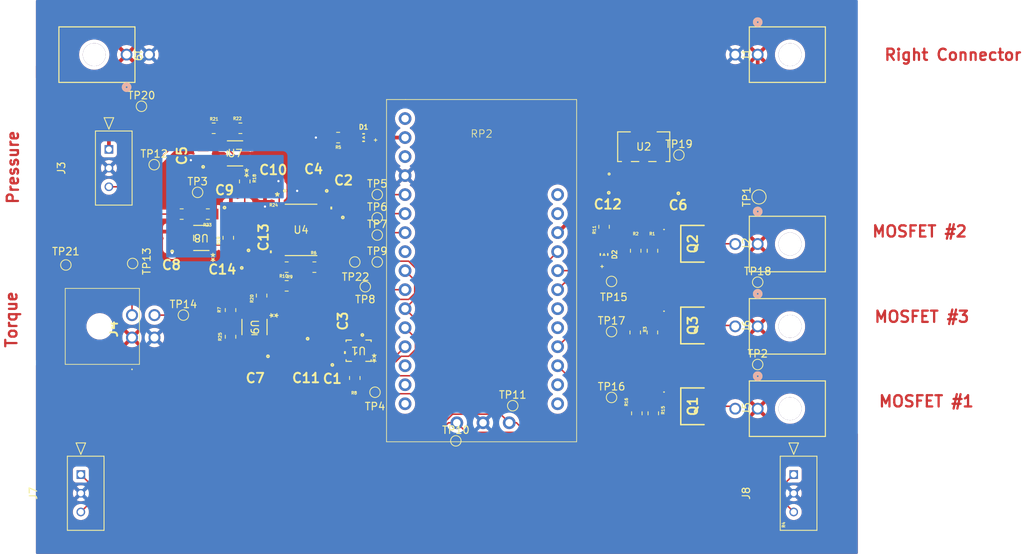
<source format=kicad_pcb>
(kicad_pcb (version 20240108) (generator "pcbnew") (generator_version "8.0")
  (layers (0 "F.Cu" signal) (31 "B.Cu" signal) (34 "B.Paste" user) (35 "F.Paste" user) (36 "B.SilkS" user "B.Silkscreen") (37 "F.SilkS" user "F.Silkscreen") (38 "B.Mask" user) (39 "F.Mask" user) (44 "Edge.Cuts" user))
  (net 0 "")
  (net 1 "GND")
  (net 2 "+3.3V")
  (net 3 "Net-(U4-CAP)")
  (net 4 "+12V")
  (net 5 "/Torque_ADC_P")
  (net 6 "+5V")
  (net 7 "/Torque_ADC_N")
  (net 8 "/Press_ADC_P")
  (net 9 "Net-(D1-Pad1)")
  (net 10 "Net-(D2-Pad1)")
  (net 11 "Net-(Q2-D_1)")
  (net 12 "/Press_P")
  (net 13 "/Torque_N")
  (net 14 "/Torque_P")
  (net 15 "Net-(Q1-D_1)")
  (net 16 "Net-(Q3-D_1)")
  (net 17 "Net-(Q1-G)")
  (net 18 "Net-(Q2-G)")
  (net 19 "Net-(Q3-G)")
  (net 20 "/D6")
  (net 21 "Net-(U9-VIN+)")
  (net 22 "/CS 1")
  (net 23 "/Test_Divider")
  (net 24 "/D9")
  (net 25 "Net-(U7-VIN-)")
  (net 26 "Net-(U8-VIN-)")
  (net 27 "Net-(U9-VIN-)")
  (net 28 "Net-(U7-VIN+)")
  (net 29 "Net-(U8-VIN+)")
  (net 30 "/SCK")
  (net 32 "/GPIO_CLKIN")
  (net 33 "/MOSI")
  (net 35 "VBAT")
  (net 36 "/D10")
  (net 37 "/SDA")
  (net 38 "/SCL")
  (net 39 "/D11")
  (net 41 "/EN")
  (net 42 "/MISO")
  (net 44 "/GPIO_RESET")
  (net 45 "/D12")
  (net 51 "/D5")
  (net 53 "/CAN_N")
  (net 54 "/CAN_P")
  (footprint "SMV_Passives:0805RESC2012X60N" (layer "F.Cu") (at 91.67 112 180)
    (property "Reference" "R23")
    (property "Value" "40Kohms")
  )
  (footprint "SMV_Passives:0805RESC2012X60N" (layer "F.Cu") (at 154.570298 116.9016 -90)
    (property "Reference" "R1")
    (property "Value" "10kohms, 0.125W")
  )
  (footprint "SMV_ICs:SOT-23-5_MC_MCH" (layer "F.Cu") (at 101.4 127.089999 -90)
    (property "Reference" "U9")
    (property "Value" "MCP6286T-E/OT")
  )
  (footprint "TestPoint:TestPoint_Pad_D1.0mm" (layer "F.Cu") (at 76.2 118.8)
    (property "Reference" "TP21")
    (property "Value" "TestPoint" (hide yes))
  )
  (footprint "Molex_Microfit:CONN_SD-43045-001_02_MOL" (layer "F.Cu") (at 168.626298 127 90)
    (property "Reference" "J6")
    (property "Value" "430450200")
  )
  (footprint "SMV_Passives:WL-SMCW_0603(diode)" (layer "F.Cu") (at 148.1 117.4 -90)
    (property "Reference" "D2")
    (property "Value" "LED")
  )
  (footprint "SMV_Passives:Cap0805" (layer "F.Cu") (at 90.4 115.24 90)
    (property "Reference" "C8")
    (property "Value" "0.1 uF" (hide yes))
  )
  (footprint "TestPoint:TestPoint_Pad_D1.0mm" (layer "F.Cu") (at 117.5 135.8)
    (property "Reference" "TP4")
    (property "Value" "TestPoint" (hide yes))
  )
  (footprint "TestPoint:TestPoint_Pad_D1.0mm" (layer "F.Cu") (at 149.1 136.5)
    (property "Reference" "TP16")
    (property "Value" "TestPoint" (hide yes))
  )
  (footprint "SMV_Passives:0805RESC2012X60N" (layer "F.Cu") (at 98.2 128.389999 90)
    (property "Reference" "R25")
    (property "Value" "40kohms")
  )
  (footprint "SMV_Passives:Cap0805" (layer "F.Cu") (at 113.2 110.7 90)
    (property "Reference" "C2")
    (property "Value" "0.22 uF" (hide yes))
  )
  (footprint "TestPoint:TestPoint_Pad_D1.0mm" (layer "F.Cu") (at 135.9 137.6)
    (property "Reference" "TP11")
    (property "Value" "TestPoint")
  )
  (footprint "SMV_Passives:Cap0805" (layer "F.Cu") (at 101.450001 131 180)
    (property "Reference" "C7")
    (property "Value" "0.1 uF" (hide yes))
  )
  (footprint "SMV_Passives:0805RESC2012X60N" (layer "F.Cu") (at 95.17 112)
    (property "Reference" "R24")
    (property "Value" "10kohms, 0.125W")
  )
  (footprint "TestPoint:TestPoint_Pad_D1.0mm" (layer "F.Cu") (at 168.626298 132.1)
    (property "Reference" "TP2")
    (property "Value" "TestPoint")
  )
  (footprint "TestPoint:TestPoint_Pad_D1.0mm" (layer "F.Cu") (at 86.3 97.6)
    (property "Reference" "TP20")
    (property "Value" "TestPoint")
  )
  (footprint "SMV_Connectors:3pin_CON_22035035_MOL" (layer "F.Cu") (at 173.438999 146.8 90)
    (property "Reference" "J8")
    (property "Value" "Driver UI")
  )
  (footprint "SMV_Passives:0805RESC2012X60N" (layer "F.Cu") (at 109.4 119.089999 180)
    (property "Reference" "R6")
    (property "Value" "10k")
  )
  (footprint "TestPoint:TestPoint_Pad_D1.0mm" (layer "F.Cu") (at 116.2 121.7)
    (property "Reference" "TP8")
    (property "Value" "TestPoint" (hide yes))
  )
  (footprint "TestPoint:TestPoint_Pad_D1.0mm" (layer "F.Cu") (at 91.9 125.5)
    (property "Reference" "TP14")
    (property "Value" "TestPoint" (hide yes))
  )
  (footprint "SMV_Passives:Cap0805" (layer "F.Cu") (at 148.7286 107.4 90)
    (property "Reference" "C12")
    (property "Value" "0.1uF,50V" (hide yes))
  )
  (footprint "SMV_Passives:Cap0805" (layer "F.Cu") (at 109.3 108.9 180)
    (property "Reference" "C4")
    (property "Value" "1uF,16V" (hide yes))
  )
  (footprint "MOSFET PSMN1R8-40YLC,115:PSMN1R840YLC115" (layer "F.Cu") (at 159.862 137.679999 -90)
    (property "Reference" "Q1")
    (property "Value" "PSMN1R8-40YLC,115" (hide yes))
  )
  (footprint "SMV_Passives:Cap0805" (layer "F.Cu") (at 108.5 130.4 -90)
    (property "Reference" "C11")
    (property "Value" "0.1u" (hide yes))
  )
  (footprint "TestPoint:TestPoint_Pad_D1.0mm" (layer "F.Cu") (at 93.8 109.1)
    (property "Reference" "TP3")
    (property "Value" "TestPoint")
  )
  (footprint "SMV_Passives:0805RESC2012X60N" (layer "F.Cu") (at 102.350001 122.889999 90)
    (property "Reference" "R20")
    (property "Value" "CRCW020149R9FNED, 50Ω" (hide yes))
  )
  (footprint "TestPoint:TestPoint_Pad_D1.0mm" (layer "F.Cu") (at 149.1 121)
    (property "Reference" "TP15")
    (property "Value" "TestPoint" (hide yes))
  )
  (footprint "SMV_Passives:0805RESC2012X60N" (layer "F.Cu") (at 114.8 133.900002 -90)
    (property "Reference" "R8")
    (property "Value" "10k")
  )
  (footprint "SMV_Passives:Cap0805" (layer "F.Cu") (at 115.810299 126.4 90)
    (property "Reference" "C3")
    (property "Value" "0.1uF" (hide yes))
  )
  (footprint "SMV_Passives:WL-SMCW_0603(diode)" (layer "F.Cu") (at 115.975 101.78)
    (property "Reference" "D1")
    (property "Value" "LED")
  )
  (footprint "SMV_ICs:SOT-23-5_MC_MCH" (layer "F.Cu") (at 98.8 103.889999 180)
    (property "Reference" "U7")
    (property "Value" "MCP6286T-E/OT" (hide yes))
  )
  (footprint "SMV_Passives:0805RESC2012X60N" (layer "F.Cu") (at 95.950001 100.539998 180)
    (property "Reference" "R21")
    (property "Value" "10Kohms")
  )
  (footprint "SMV_Passives:Cap0805" (layer "F.Cu") (at 101.450001 119.189999)
    (property "Reference" "C14")
    (property "Value" "4.7nF,16V" (hide yes))
  )
  (footprint "TestPoint:TestPoint_Pad_D1.0mm" (layer "F.Cu") (at 117.8 109.4)
    (property "Reference" "TP5")
    (property "Value" "TestPoint" (hide yes))
  )
  (footprint "TestPoint:TestPoint_Pad_D1.0mm" (layer "F.Cu") (at 117.8 118.4)
    (property "Reference" "TP9")
    (property "Value" "TestPoint")
  )
  (footprint "SMV_Passives:0805RESC2012X60N" (layer "F.Cu") (at 154.6797 138.614999 -90)
    (property "Reference" "R15")
    (property "Value" "10kohms, 0.125W")
  )
  (footprint "SMV_Passives:0805RESC2012X60N" (layer "F.Cu") (at 97.9 115.17 90)
    (property "Reference" "R19")
    (property "Value" "CRCW020149R9FNED, 50Ω")
  )
  (footprint "SMV_ICs:DCY4_TEX" (layer "F.Cu") (at 153.4 103)
    (property "Reference" "U2")
    (property "Value" "UA78M05QDCYRG4Q1" (hide yes))
  )
  (footprint "SMV_Passives:0805RESC2012X60N" (layer "F.Cu") (at 100.095199 107.639998 -90)
    (property "Reference" "R18")
    (property "Value" "CRCW020149R9FNED, 50Ω" (hide yes))
  )
  (footprint "SMV_Connectors:4_pin0430450401" (layer "F.Cu") (at 85.036498 128.5 -90)
    (property "Reference" "J4")
    (property "Value" "Molex Micro-Fit 4 Pin" (hide yes))
  )
  (footprint "SMV_Passives:Cap0805" (layer "F.Cu") (at 158.0286 107.47785 90)
    (property "Reference" "C6")
    (property "Value" "0.47uF" (hide yes))
  )
  (footprint "TestPoint:TestPoint_Pad_D1.0mm" (layer "F.Cu") (at 158.1 104.1)
    (property "Reference" "TP19")
    (property "Value" "TestPoint")
  )
  (footprint "TestPoint:TestPoint_Pad_D1.0mm" (layer "F.Cu") (at 88 105.4)
    (property "Reference" "TP12")
    (property "Value" "TestPoint" (hide yes))
  )
  (footprint "Molex_Microfit:CONN_SD-43045-001_02_MOL" (layer "F.Cu") (at 84.312698 90.7 -90)
    (property "Reference" "J9")
    (property "Value" "430450200")
  )
  (footprint "SMV_Passives:Cap0805" (layer "F.Cu") (at 100.6 115.1 90)
    (property "Reference" "C13")
    (property "Value" "4.7nF,16V" (hide yes))
  )
  (footprint "SMV_Passives:0805RESC2012X60N" (layer "F.Cu") (at 105.7 121.589999)
    (property "Reference" "R10")
    (property "Value" "40k")
  )
  (footprint "TestPoint:TestPoint_Pad_D1.0mm" (layer "F.Cu") (at 128.3 142.3)
    (property "Reference" "TP10")
    (property "Value" "TestPoint")
  )
  (footprint "Molex_Microfit:CONN_SD-43045-001_02_MOL" (layer "F.Cu") (at 168.626298 90.7 90)
    (property "Reference" "J1")
    (property "Value" "430450200")
  )
  (footprint "SMV_Passives:0805RESC2012X60N" (layer "F.Cu") (at 152.262 127.814999 -90)
    (property "Reference" "R3")
    (property "Value" "1KΩ")
  )
  (footprint "SMV_Passives:0805RESC2012X60N" (layer "F.Cu") (at 152.4797 138.614999 -90)
    (property "Reference" "R16")
    (property "Value" "1KΩ")
  )
  (footprint "SMV_Passives:Cap0805" (layer "F.Cu") (at 99.1452 111.135197)
    (property "Reference" "C9")
    (property "Value" "4.7nF,16V" (hide yes))
  )
  (footprint "SMV_Connectors:RP2040" (layer "F.Cu") (at 131.9305 117.02)
    (property "Reference" "RP2")
    (property "Value" "~")
  )
  (footprint "SMV_Passives:Cap0805" (layer "F.Cu") (at 94.540399 103.94 90)
    (property "Reference" "C5")
    (property "Value" "0.1 uF" (hide yes))
  )
  (footprint "Accelerometer ASM330LHHTR:LGA-14L_2P5X3X0P83_STM" (layer "F.Cu") (at 115.3103 130.250001 180)
    (property "Reference" "U1")
    (property "Value" "ASM330LHHTR")
  )
  (footprint "SMV_Connectors:3pin_CON_22035035_MOL" (layer "F.Cu") (at 78.2 146.8 90)
    (property "Reference" "J7")
    (property "Value" "DAQ Board" (hide yes))
  )
  (footprint "MOSFET PSMN1R8-40YLC,115:PSMN1R840YLC115" (layer "F.Cu") (at 159.862 115.9666 -90)
    (property "Reference" "Q2")
    (property "Value" "PSMN1R8-40YLC,115" (hide yes))
  )
  (footprint "TestPoint:TestPoint_Pad_D1.5mm" (layer "F.Cu") (at 168.8 109.7 90)
    (property "Reference" "TP1")
    (property "Value" "TestPoint" (hide yes))
  )
  (footprint "SMV_Passives:0805RESC2012X60N" (layer "F.Cu") (at 99.5152 100.539998)
    (property "Reference" "R22")
    (property "Value" "10kohms, 0.125W")
  )
  (footprint "Molex_Microfit:CONN_SD-43045-001_02_MOL" (layer "F.Cu") (at 168.626298 138 90)
    (property "Reference" "J5")
    (property "Value" "430450200")
  )
  (footprint "SMV_Passives:0805RESC2012X60N" (layer "F.Cu") (at 112.575 101.78 180)
    (property "Reference" "R5")
    (property "Value" "150Ω")
  )
  (footprint "SMV_Passives:0805RESC2012X60N" (layer "F.Cu") (at 152.326299 116.9016 -90)
    (property "Reference" "R2")
    (property "Value" "1KΩ")
  )
  (footprint "SMV_Connectors:3pin_CON_22035035_MOL" (layer "F.Cu") (at 81.950002 103.35401 90)
    (property "Reference" "J3")
    (property "Value" "22035035" (hide yes))
  )
  (footprint "Molex_Microfit:CONN_SD-43045-001_02_MOL" (layer "F.Cu") (at 168.626298 116 90)
    (property "Reference" "J2")
    (property "Value" "430450200")
  )
  (footprint "ADC ADS131M04IPWR:PW20_TEX" (layer "F.Cu") (at 107.621 114.115)
    (property "Reference" "U4")
    (property "Value" "ADS131M04IPWR")
  )
  (footprint "TestPoint:TestPoint_Pad_D1.0mm" (layer "F.Cu") (at 149.1 127.7)
    (property "Reference" "TP17")
    (property "Value" "TestPoint" (hide yes))
  )
  (footprint "SMV_ICs:SOT-23-5_MC_MCH" (layer "F.Cu") (at 94.3 115.189999 180)
    (property "Reference" "U8")
    (property "Value" "MCP6286T-E/OT")
  )
  (footprint "TestPoint:TestPoint_Pad_D1.0mm" (layer "F.Cu") (at 168.626298 121.1)
    (property "Reference" "TP18")
    (property "Value" "TestPoint")
  )
  (footprint "SMV_Passives:0805RESC2012X60N" (layer "F.Cu") (at 98.2 124.8248 90)
    (property "Reference" "R7")
    (property "Value" "10kohms, 0.125W")
  )
  (footprint "SMV_Passives:Cap0805" (layer "F.Cu") (at 103.7 108.889999 180)
    (property "Reference" "C10")
    (property "Value" "1uF,16V" (hide yes))
  )
  (footprint "TestPoint:TestPoint_Pad_D1.0mm" (layer "F.Cu") (at 117.8 112.5)
    (property "Reference" "TP6")
    (property "Value" "TestPoint" (hide yes))
  )
  (footprint "SMV_Passives:Cap0805" (layer "F.Cu") (at 111.8 130.4 90)
    (property "Reference" "C1")
    (property "Value" "10u" (hide yes))
  )
  (footprint "SMV_Passives:0805RESC2012X60N" (layer "F.Cu") (at 154.562 127.814999 -90)
    (property "Reference" "R4")
    (property "Value" "10kohms, 0.125W")
  )
  (footprint "SMV_Passives:0805RESC2012X60N" (layer "F.Cu") (at 148.1 113.7 90)
    (property "Reference" "R11")
    (property "Value" "150Ω")
  )
  (footprint "MOSFET PSMN1R8-40YLC,115:PSMN1R840YLC115" (layer "F.Cu") (at 159.862 126.879999 -90)
    (property "Reference" "Q3")
    (property "Value" "PSMN1R8-40YLC,115" (hide yes))
  )
  (footprint "TestPoint:TestPoint_Pad_D1.0mm" (layer "F.Cu") (at 114.8 118.4)
    (property "Reference" "TP22")
    (property "Value" "TestPoint" (hide yes))
  )
  (footprint "TestPoint:TestPoint_Pad_D1.0mm" (layer "F.Cu") (at 117.8 114.8)
    (property "Reference" "TP7")
    (property "Value" "TestPoint" (hide yes))
  )
  (footprint "TestPoint:TestPoint_Pad_D1.0mm" (layer "F.Cu") (at 85.12 118.6)
    (property "Reference" "TP13")
    (property "Value" "TestPoint" (hide yes))
  )
  (footprint "SMV_Passives:0805RESC2012X60N" (layer "F.Cu") (at 105.7 119.089999 180)
    (property "Reference" "R9")
    (property "Value" "40k")
  )
  (gr_text "MOSFET #1" (at 184.673702 137.9 0) (layer "F.Cu") (effects (font (size 1.5 1.5) (thickness 0.3) (bold yes)) (justify left bottom)))
  (gr_text "Right Connector" (at 185.4 91.6 0) (layer "F.Cu") (effects (font (size 1.5 1.5) (thickness 0.3) (bold yes)) (justify left bottom)))
  (gr_text "MOSFET #3" (at 184.073702 126.6 0) (layer "F.Cu") (effects (font (size 1.5 1.5) (thickness 0.3) (bold yes)) (justify left bottom)))
  (gr_text "Left Connector" (at 91.4 96.2 0) (layer "F.Cu") (effects (font (size 1.5 1.5) (thickness 0.3) (bold yes)) (justify left bottom)))
  (gr_text "MOSFET #2" (at 183.773702 115.2 0) (layer "F.Cu") (effects (font (size 1.5 1.5) (thickness 0.3) (bold yes)) (justify left bottom)))
  (gr_text "Accelerometer" (at 102.4 141.3 0) (layer "F.Cu") (effects (font (size 1.5 1.5) (thickness 0.3) (bold yes)) (justify left bottom)))
  (gr_text "Pressure" (at 70 110.8 90) (layer "F.Cu") (effects (font (size 1.5 1.5) (thickness 0.3) (bold yes)) (justify left bottom)))
  (gr_text "LDO" (at 151.2 97.3 0) (layer "F.Cu") (effects (font (size 1.5 1.5) (thickness 0.3) (bold yes)) (justify left bottom)))
  (gr_text "Torque" (at 69.8 130 90) (layer "F.Cu") (effects (font (size 1.5 1.5) (thickness 0.3) (bold yes)) (justify left bottom)))
  (gr_text "ADC" (at 103.8 124.8 0) (layer "F.Cu") (effects (font (size 1.5 1.5) (thickness 0.3) (bold yes)) (justify left bottom)))
  (segment (start 102.8 111) (end 102.8 108.889999) (width 0.2) (layer "F.Cu") (net 1))
  (segment (start 111.605 101.78) (end 109.6 101.78) (width 0.2) (layer "F.Cu") (net 1))
  (segment (start 108.4 108.9) (end 107.1 108.9) (width 0.2) (layer "F.Cu") (net 1))
  (via (at 107.1 108.9) (size 0.6) (drill 0.3) (layers "F.Cu" "B.Cu") (net 1))
  (via (at 102.8 111) (size 0.6) (drill 0.3) (layers "F.Cu" "B.Cu") (net 1))
  (via (at 109.6 101.78) (size 0.6) (drill 0.3) (layers "F.Cu" "B.Cu") (net 1))
  (segment (start 104.6 108.889999) (end 104.6 107.6) (width 0.2) (layer "F.Cu") (net 2))
  (segment (start 115.810299 127.3) (end 111.302367 127.3) (width 0.5) (layer "F.Cu") (net 2))
  (segment (start 109.6054 111.190002) (end 108.43 112.365402) (width 0.5) (layer "F.Cu") (net 2))
  (segment (start 117.084657 130.000001) (end 116.5206 130.000001) (width 0.2) (layer "F.Cu") (net 2))
  (segment (start 110.2025 108.7775) (end 110.2 108.7775) (width 0.5) (layer "F.Cu") (net 2))
  (segment (start 102.350001 131) (end 106.220003 134.870002) (width 0.5) (layer "F.Cu") (net 2))
  (segment (start 103.850001 129.5) (end 102.350001 131) (width 0.5) (layer "F.Cu") (net 2))
  (segment (start 108.5 129.5) (end 103.850001 129.5) (width 0.5) (layer "F.Cu") (net 2))
  (segment (start 106.220003 134.870002) (end 114.8 134.870002) (width 0.5) (layer "F.Cu") (net 2))
  (segment (start 110.2 108.7775) (end 110.2 108.9) (width 1) (layer "F.Cu") (net 2))
  (segment (start 116.5206 130.500001) (end 116.5206 130.000001) (width 0.2) (layer "F.Cu") (net 2))
  (segment (start 110.2 110.848002) (end 110.542 111.190002) (width 0.5) (layer "F.Cu") (net 2))
  (segment (start 111.302367 127.3) (end 108.602367 124.6) (width 0.5) (layer "F.Cu") (net 2))
  (segment (start 117.10889 128.598591) (end 117.10889 129.975768) (width 0.2) (layer "F.Cu") (net 2))
  (segment (start 108.43 119.089999) (end 108.602367 119.262366) (width 0.5) (layer "F.Cu") (net 2))
  (segment (start 115.810299 129.293701) (end 115.810299 127.3) (width 0.2) (layer "F.Cu") (net 2))
  (segment (start 121.5165 101.78) (end 116.775 101.78) (width 0.5) (layer "F.Cu") (net 2))
  (segment (start 90.4 116.14) (end 90.4 117.2) (width 0.2) (layer "F.Cu") (net 2))
  (segment (start 90.4 116.14) (end 93.004801 116.14) (width 0.2) (layer "F.Cu") (net 2))
  (segment (start 108.5 129.5) (end 111.8 129.5) (width 0.2) (layer "F.Cu") (net 2))
  (segment (start 108.43 112.365402) (end 108.43 119.089999) (width 0.5) (layer "F.Cu") (net 2))
  (segment (start 102.350001 131) (end 102.350001 128.385198) (width 0.5) (layer "F.Cu") (net 2))
  (segment (start 104.7 111.19) (end 104.7 108.989999) (width 0.2) (layer "F.Cu") (net 2))
  (segment (start 110.2 108.9) (end 110.2 110.848002) (width 0.5) (layer "F.Cu") (net 2))
  (segment (start 108.43 119.089999) (end 106.67 119.089999) (width 0.5) (layer "F.Cu") (net 2))
  (segment (start 110.542 111.190002) (end 109.6054 111.190002) (width 0.5) (layer "F.Cu") (net 2))
  (segment (start 104.7 108.989999) (end 104.6 108.889999) (width 0.2) (layer "F.Cu") (net 2))
  (segment (start 108.602367 124.6) (end 108.602367 129.397633) (width 0.5) (layer "F.Cu") (net 2))
  (segment (start 116.775 102.2025) (end 110.2 108.7775) (width 0.5) (layer "F.Cu") (net 2))
  (segment (start 115.810299 127.3) (end 117.10889 128.598591) (width 0.2) (layer "F.Cu") (net 2))
  (segment (start 94.540399 104.84) (end 92.94 104.84) (width 0.2) (layer "F.Cu") (net 2))
  (segment (start 108.602367 129.397633) (end 108.5 129.5) (width 0.5) (layer "F.Cu") (net 2))
  (segment (start 117.10889 129.975768) (end 117.084657 130.000001) (width 0.2) (layer "F.Cu") (net 2))
  (segment (start 116.775 101.78) (end 116.775 102.2025) (width 0.5) (layer "F.Cu") (net 2))
  (segment (start 94.540399 104.84) (end 97.504801 104.84) (width 0.2) (layer "F.Cu") (net 2))
  (segment (start 92.94 104.84) (end 92.9 104.8) (width 0.2) (layer "F.Cu") (net 2))
  (segment (start 114.1 129.5) (end 111.8 129.5) (width 0.2) (layer "F.Cu") (net 2))
  (segment (start 108.602367 119.262366) (end 108.602367 124.6) (width 0.5) (layer "F.Cu") (net 2))
  (via (at 104.6 107.6) (size 0.6) (drill 0.3) (layers "F.Cu" "B.Cu") (net 2))
  (via (at 90.4 117.2) (size 0.6) (drill 0.3) (layers "F.Cu" "B.Cu") (net 2))
  (via (at 92.9 104.8) (size 0.6) (drill 0.3) (layers "F.Cu" "B.Cu") (net 2))
  (segment (start 110.566998 112.515) (end 110.542 112.490002) (width 0.2) (layer "F.Cu") (net 3))
  (segment (start 110.542 112.490002) (end 112.309998 112.490002) (width 0.2) (layer "F.Cu") (net 3))
  (segment (start 112.309998 112.490002) (end 113.2 111.6) (width 0.2) (layer "F.Cu") (net 3))
  (segment (start 158.1 104.1) (end 158.1 106.50645) (width 0.5) (layer "F.Cu") (net 4))
  (segment (start 157.5686 106.11785) (end 158.0286 106.57785) (width 0.5) (layer "F.Cu") (net 4))
  (segment (start 158.1 106.50645) (end 158.0286 106.57785) (width 0.5) (layer "F.Cu") (net 4))
  (segment (start 168.626298 93.573702) (end 158.1 104.1) (width 0.5) (layer "F.Cu") (net 4))
  (segment (start 168.626298 90.7) (end 168.626298 93.573702) (width 0.5) (layer "F.Cu") (net 4))
  (segment (start 155.7114 106.11785) (end 157.5686 106.11785) (width 0.5) (layer "F.Cu") (net 4))
  (segment (start 97.9 114.2) (end 100.6 114.2) (width 0.2) (layer "F.Cu") (net 5))
  (segment (start 101.489999 115.089999) (end 104.7 115.089999) (width 0.2) (layer "F.Cu") (net 5))
  (segment (start 100.6 114.2) (end 101.489999 115.089999) (width 0.2) (layer "F.Cu") (net 5))
  (segment (start 146.6 108.4) (end 146.6 109.8) (width 0.5) (layer "F.Cu") (net 6))
  (segment (start 141.92 114.48) (end 141.9 114.48) (width 0.5) (layer "F.Cu") (net 6))
  (segment (start 86.3 97.6) (end 81.950002 101.949998) (width 0.5) (layer "F.Cu") (net 6))
  (segment (start 148.7286 106.5) (end 148.5 106.5) (width 0.5) (layer "F.Cu") (net 6))
  (segment (start 150.70645 106.5) (end 151.0886 106.11785) (width 0.5) (layer "F.Cu") (net 6))
  (segment (start 148.7286 106.5) (end 139.8286 97.6) (width 0.5) (layer "F.Cu") (net 6))
  (segment (start 148.5 106.5) (end 146.6 108.4) (width 0.5) (layer "F.Cu") (net 6))
  (segment (start 148.7286 106.5) (end 150.70645 106.5) (width 0.5) (layer "F.Cu") (net 6))
  (segment (start 139.8286 97.6) (end 86.3 97.6) (width 0.5) (layer "F.Cu") (net 6))
  (segment (start 146.6 109.8) (end 141.92 114.48) (width 0.5) (layer "F.Cu") (net 6))
  (segment (start 81.950002 101.949998) (end 81.950002 103.35401) (width 0.5) (layer "F.Cu") (net 6))
  (segment (start 102.350001 119.189999) (end 102.549999 119.189999) (width 0.2) (layer "F.Cu") (net 7))
  (segment (start 102.350001 119.189999) (end 102.350001 117.153397) (width 0.2) (layer "F.Cu") (net 7))
  (segment (start 102.350001 117.153397) (end 103.7634 115.739998) (width 0.2) (layer "F.Cu") (net 7))
  (segment (start 102.350001 119.189999) (end 102.350001 121.919999) (width 0.2) (layer "F.Cu") (net 7))
  (segment (start 103.7634 115.739998) (end 104.7 115.739998) (width 0.2) (layer "F.Cu") (net 7))
  (segment (start 101.400002 112.489999) (end 104.7 112.489999) (width 0.2) (layer "F.Cu") (net 8))
  (segment (start 100.095199 111.085198) (end 100.0452 111.135197) (width 0.2) (layer "F.Cu") (net 8))
  (segment (start 100.095199 108.609998) (end 100.095199 111.085198) (width 0.2) (layer "F.Cu") (net 8))
  (segment (start 100.0452 111.135197) (end 101.400002 112.489999) (width 0.2) (layer "F.Cu") (net 8))
  (segment (start 115.175 101.78) (end 113.625 101.78) (width 0.2) (layer "F.Cu") (net 9))
  (segment (start 113.625 101.74) (end 113.545 101.82) (width 0.2) (layer "F.Cu") (net 9))
  (segment (start 148.1 116.6) (end 148.1 114.67) (width 0.2) (layer "F.Cu") (net 10))
  (segment (start 165.592899 115.9666) (end 165.626299 116) (width 0.2) (layer "F.Cu") (net 11))
  (segment (start 160.3 115.9666) (end 162.599 115.9666) (width 0.2) (layer "F.Cu") (net 11))
  (segment (start 162.599 115.9666) (end 165.592899 115.9666) (width 0.2) (layer "F.Cu") (net 11))
  (segment (start 92.860002 100.539998) (end 94.980001 100.539998) (width 0.2) (layer "F.Cu") (net 12))
  (segment (start 81.950002 108.35401) (end 85.04599 108.35401) (width 0.2) (layer "F.Cu") (net 12))
  (segment (start 85.04599 108.35401) (end 92.860002 100.539998) (width 0.2) (layer "F.Cu") (net 12))
  (segment (start 92.9 125.5) (end 96.759999 129.359999) (width 0.2) (layer "F.Cu") (net 13))
  (segment (start 96.759999 129.359999) (end 98.2 129.359999) (width 0.2) (layer "F.Cu") (net 13))
  (segment (start 91.9 125.5) (end 92.9 125.5) (width 0.2) (layer "F.Cu") (net 13))
  (segment (start 88.036498 125.5) (end 91.9 125.5) (width 0.2) (layer "F.Cu") (net 13))
  (segment (start 85.036498 118.683502) (end 85.12 118.6) (width 0.2) (layer "F.Cu") (net 14))
  (segment (start 88.2 112) (end 90.7 112) (width 0.2) (layer "F.Cu") (net 14))
  (segment (start 85.12 118.6) (end 85.12 115.08) (width 0.2) (layer "F.Cu") (net 14))
  (segment (start 85.12 115.08) (end 88.2 112) (width 0.2) (layer "F.Cu") (net 14))
  (segment (start 85.036498 125.5) (end 85.036498 118.683502) (width 0.2) (layer "F.Cu") (net 14))
  (segment (start 162.599 137.679999) (end 165.306298 137.679999) (width 0.2) (layer "F.Cu") (net 15))
  (segment (start 160.3 137.679999) (end 162.599 137.679999) (width 0.2) (layer "F.Cu") (net 15))
  (segment (start 165.306298 137.679999) (end 165.626299 138) (width 0.2) (layer "F.Cu") (net 15))
  (segment (start 160.3 126.879999) (end 162.599 126.879999) (width 0.2) (layer "F.Cu") (net 16))
  (segment (start 162.599 126.879999) (end 165.506298 126.879999) (width 0.2) (layer "F.Cu") (net 16))
  (segment (start 165.506298 126.879999) (end 165.626299 127) (width 0.2) (layer "F.Cu") (net 16))
  (segment (start 157.125 139.584999) (end 154.6797 139.584999) (width 0.2) (layer "F.Cu") (net 17))
  (segment (start 154.6797 139.584999) (end 152.4797 139.584999) (width 0.2) (layer "F.Cu") (net 17))
  (segment (start 154.570298 117.8716) (end 152.326299 117.8716) (width 0.2) (layer "F.Cu") (net 18))
  (segment (start 157.125 117.8716) (end 154.570298 117.8716) (width 0.2) (layer "F.Cu") (net 18))
  (segment (start 157.125 128.784999) (end 154.562 128.784999) (width 0.2) (layer "F.Cu") (net 19))
  (segment (start 154.562 128.784999) (end 152.262 128.784999) (width 0.2) (layer "F.Cu") (net 19))
  (segment (start 149.955001 126.844999) (end 149.1 127.7) (width 0.2) (layer "F.Cu") (net 20))
  (segment (start 152.262 126.844999) (end 149.955001 126.844999) (width 0.2) (layer "F.Cu") (net 20))
  (segment (start 143.92 127.7) (end 141.9 129.72) (width 0.2) (layer "F.Cu") (net 20))
  (segment (start 149.1 127.7) (end 143.92 127.7) (width 0.2) (layer "F.Cu") (net 20))
  (segment (start 98.2 125.7948) (end 98.2 127.419999) (width 0.2) (layer "F.Cu") (net 21))
  (segment (start 100.449999 125.7948) (end 98.2 125.7948) (width 0.2) (layer "F.Cu") (net 21))
  (segment (start 114.810301 131.206301) (end 114.810301 132.919701) (width 0.2) (layer "F.Cu") (net 22))
  (segment (start 121.5165 122.1) (end 118.540001 122.1) (width 0.2) (layer "F.Cu") (net 22))
  (segment (start 109.4 116.6676) (end 109.4 118.119999) (width 0.2) (layer "F.Cu") (net 22))
  (segment (start 110.542 116.390002) (end 112.830003 116.390002) (width 0.2) (layer "F.Cu") (net 22))
  (segment (start 114.810301 132.919701) (end 114.8 132.930002) (width 0.2) (layer "F.Cu") (net 22))
  (segment (start 114.8 133.1) (end 117.5 135.8) (width 0.2) (layer "F.Cu") (net 22))
  (segment (start 110.542 116.390002) (end 109.677598 116.390002) (width 0.2) (layer "F.Cu") (net 22))
  (segment (start 112.830003 116.390002) (end 118.540001 122.1) (width 0.2) (layer "F.Cu") (net 22))
  (segment (start 122.92 136) (end 141.9 117.02) (width 0.2) (layer "F.Cu") (net 22))
  (segment (start 109.677598 116.390002) (end 109.4 116.6676) (width 0.2) (layer "F.Cu") (net 22))
  (segment (start 117.7 136) (end 122.92 136) (width 0.2) (layer "F.Cu") (net 22))
  (segment (start 117.5 135.8) (end 117.7 136) (width 0.2) (layer "F.Cu") (net 22))
  (segment (start 109.4 118.119999) (end 110.37 119.089999) (width 0.2) (layer "F.Cu") (net 22))
  (segment (start 110.542003 116.389999) (end 110.542 116.390002) (width 0.2) (layer "F.Cu") (net 22))
  (segment (start 114.8 132.930002) (end 114.8 133.1) (width 0.2) (layer "F.Cu") (net 22))
  (segment (start 104.7 119.059999) (end 104.73 119.089999) (width 0.2) (layer "F.Cu") (net 23))
  (segment (start 104.73 119.089999) (end 104.73 121.589999) (width 0.2) (layer "F.Cu") (net 23))
  (segment (start 104.7 117.039998) (end 104.7 119.059999) (width 0.2) (layer "F.Cu") (net 23))
  (segment (start 100.095199 106.669998) (end 100.095199 104.84) (width 0.2) (layer "F.Cu") (net 25))
  (segment (start 99.404803 104.84) (end 100.095199 104.84) (width 0.2) (layer "F.Cu") (net 25))
  (segment (start 97.504801 102.939998) (end 99.404803 104.84) (width 0.2) (layer "F.Cu") (net 25))
  (segment (start 94.904803 116.14) (end 95.595199 116.14) (width 0.2) (layer "F.Cu") (net 26))
  (segment (start 97.9 116.14) (end 95.595199 116.14) (width 0.2) (layer "F.Cu") (net 26))
  (segment (start 93.004801 114.239998) (end 94.904803 116.14) (width 0.2) (layer "F.Cu") (net 26))
  (segment (start 100.449999 128.385198) (end 102.350001 126.485196) (width 0.2) (layer "F.Cu") (net 27))
  (segment (start 102.350001 126.485196) (end 102.350001 125.7948) (width 0.2) (layer "F.Cu") (net 27))
  (segment (start 102.350001 123.859999) (end 102.350001 125.7948) (width 0.2) (layer "F.Cu") (net 27))
  (segment (start 100.095199 102.089997) (end 100.095199 102.939998) (width 0.2) (layer "F.Cu") (net 28))
  (segment (start 98.5452 100.539998) (end 100.095199 102.089997) (width 0.2) (layer "F.Cu") (net 28))
  (segment (start 96.920001 100.539998) (end 98.5452 100.539998) (width 0.2) (layer "F.Cu") (net 28))
  (segment (start 95.595199 113.395199) (end 94.2 112) (width 0.2) (layer "F.Cu") (net 29))
  (segment (start 92.64 112) (end 94.2 112) (width 0.2) (layer "F.Cu") (net 29))
  (segment (start 95.595199 114.239998) (end 95.595199 113.395199) (width 0.2) (layer "F.Cu") (net 29))
  (segment (start 123.2 122.9565) (end 121.5165 124.64) (width 0.2) (layer "F.Cu") (net 30))
  (segment (start 121.99 118.29) (end 123.2 119.5) (width 0.2) (layer "F.Cu") (net 30))
  (segment (start 123.4 132.4) (end 123.4 126.5235) (width 0.2) (layer "F.Cu") (net 30))
  (segment (start 123.2 119.5) (end 123.2 122.9565) (width 0.2) (layer "F.Cu") (net 30))
  (segment (start 110.542 115.090002) (end 114.490002 115.090002) (width 0.2) (layer "F.Cu") (net 30))
  (segment (start 115.3103 131.206301) (end 115.3103 131.77036) (width 0.2) (layer "F.Cu") (net 30))
  (segment (start 120.86 124.64) (end 121.5165 124.64) (width 0.2) (layer "F.Cu") (net 30))
  (segment (start 123.4 126.5235) (end 121.5165 124.64) (width 0.2) (layer "F.Cu") (net 30))
  (segment (start 117.8 118.4) (end 117.91 118.29) (width 0.2) (layer "F.Cu") (net 30))
  (segment (start 115.3103 131.77036) (end 117.13994 133.6) (width 0.2) (layer "F.Cu") (net 30))
  (segment (start 114.490002 115.090002) (end 117.8 118.4) (width 0.2) (layer "F.Cu") (net 30))
  (segment (start 122.2 133.6) (end 123.4 132.4) (width 0.2) (layer "F.Cu") (net 30))
  (segment (start 117.91 118.29) (end 121.99 118.29) (width 0.2) (layer "F.Cu") (net 30))
  (segment (start 117.13994 133.6) (end 122.2 133.6) (width 0.2) (layer "F.Cu") (net 30))
  (segment (start 117.8 110.3) (end 117.8 109.4) (width 0.2) (layer "F.Cu") (net 32))
  (segment (start 117.8 109.4) (end 121.5165 109.4) (width 0.2) (layer "F.Cu") (net 32))
  (segment (start 114.959999 113.140001) (end 117.8 110.3) (width 0.2) (layer "F.Cu") (net 32))
  (segment (start 110.542 113.140001) (end 114.959999 113.140001) (width 0.2) (layer "F.Cu") (net 32))
  (segment (start 116.303998 131.7) (end 120.3 131.7) (width 0.2) (layer "F.Cu") (net 33))
  (segment (start 116.509998 113.790002) (end 117.8 112.5) (width 0.2) (layer "F.Cu") (net 33))
  (segment (start 122.9 130.1) (end 122.9 128.5635) (width 0.2) (layer "F.Cu") (net 33))
  (segment (start 110.542 113.790002) (end 116.509998 113.790002) (width 0.2) (layer "F.Cu") (net 33))
  (segment (start 120.3 131.7) (end 121 131) (width 0.2) (layer "F.Cu") (net 33))
  (segment (start 122.9 128.5635) (end 121.5165 127.18) (width 0.2) (layer "F.Cu") (net 33))
  (segment (start 118 112.5) (end 118.56 111.94) (width 0.2) (layer "F.Cu") (net 33))
  (segment (start 115.810299 131.206301) (end 116.303998 131.7) (width 0.2) (layer "F.Cu") (net 33))
  (segment (start 118.56 111.94) (end 121.5165 111.94) (width 0.2) (layer "F.Cu") (net 33))
  (segment (start 117.8 112.5) (end 118 112.5) (width 0.2) (layer "F.Cu") (net 33))
  (segment (start 121 131) (end 122 131) (width 0.2) (layer "F.Cu") (net 33))
  (segment (start 122 131) (end 122.9 130.1) (width 0.2) (layer "F.Cu") (net 33))
  (segment (start 142.8 121.2) (end 141.9 122.1) (width 0.2) (layer "F.Cu") (net 39))
  (segment (start 148.9 121.2) (end 142.8 121.2) (width 0.2) (layer "F.Cu") (net 39))
  (segment (start 149.1 121) (end 148.9 121.2) (width 0.2) (layer "F.Cu") (net 39))
  (segment (start 149.1 119.157899) (end 149.1 121) (width 0.2) (layer "F.Cu") (net 39))
  (segment (start 152.326299 115.9316) (end 149.1 119.157899) (width 0.2) (layer "F.Cu") (net 39))
  (segment (start 118.12 114.48) (end 117.8 114.8) (width 0.2) (layer "F.Cu") (net 42))
  (segment (start 117.8 114.8) (end 117.6 114.8) (width 0.2) (layer "F.Cu") (net 42))
  (segment (start 110.581999 114.48) (end 110.542 114.440001) (width 0.2) (layer "F.Cu") (net 42))
  (segment (start 117.240001 114.440001) (end 110.542 114.440001) (width 0.2) (layer "F.Cu") (net 42))
  (segment (start 116.5206 131.000002) (end 120.236498 131.000002) (width 0.2) (layer "F.Cu") (net 42))
  (segment (start 120.236498 131.000002) (end 121.5165 129.72) (width 0.2) (layer "F.Cu") (net 42))
  (segment (start 121.5165 114.48) (end 118.12 114.48) (width 0.2) (layer "F.Cu") (net 42))
  (segment (start 117.6 114.8) (end 117.240001 114.440001) (width 0.2) (layer "F.Cu") (net 42))
  (segment (start 116.2 121.7) (end 117.9 123.4) (width 0.2) (layer "F.Cu") (net 44))
  (segment (start 111.54 117.04) (end 116.2 121.7) (width 0.2) (layer "F.Cu") (net 44))
  (segment (start 122.8 122.6) (end 122.8 120.8435) (width 0.2) (layer "F.Cu") (net 44))
  (segment (start 110.542 117.04) (end 111.54 117.04) (width 0.2) (layer "F.Cu") (net 44))
  (segment (start 117.9 123.4) (end 122 123.4) (width 0.2) (layer "F.Cu") (net 44))
  (segment (start 122 123.4) (end 122.8 122.6) (width 0.2) (layer "F.Cu") (net 44))
  (segment (start 122.8 120.8435) (end 121.5165 119.56) (width 0.2) (layer "F.Cu") (net 44))
  (segment (start 146.74 119.56) (end 148.1 118.2) (width 0.2) (layer "F.Cu") (net 45))
  (segment (start 141.9 119.56) (end 146.74 119.56) (width 0.2) (layer "F.Cu") (net 45))
  (segment (start 152.4797 137.644999) (end 150.244999 137.644999) (width 0.2) (layer "F.Cu") (net 51))
  (segment (start 146.14 136.5) (end 141.9 132.26) (width 0.2) (layer "F.Cu") (net 51))
  (segment (start 150.244999 137.644999) (end 149.1 136.5) (width 0.2) (layer "F.Cu") (net 51))
  (segment (start 149.1 136.5) (end 146.14 136.5) (width 0.2) (layer "F.Cu") (net 51))
  (segment (start 127.87 138.73) (end 134.2805 138.73) (width 0.2) (layer "F.Cu") (net 53))
  (segment (start 167.234609 149.074999) (end 167.534805 149.074999) (width 0.2) (layer "F.Cu") (net 53))
  (segment (start 157.034559 148.775245) (end 157.334805 148.775245) (width 0.2) (layer "F.Cu") (net 53))
  (segment (start 160.634609 148.775195) (end 160.934805 148.775195) (width 0.2) (layer "F.Cu") (net 53))
  (segment (start 171.134805 149.074999) (end 171.164 149.074999) (width 0.2) (layer "F.Cu") (net 53))
  (segment (start 163.034609 148.775195) (end 163.334805 148.775195) (width 0.2) (layer "F.Cu") (net 53))
  (segment (start 164.234549 148.775255) (end 164.534805 148.775255) (width 0.2) (layer "F.Cu") (net 53))
  (segment (start 146.834549 149.074999) (end 147.134805 149.074999) (width 0.2) (layer "F.Cu") (net 53))
  (segment (start 161.234609 149.074999) (end 161.534805 149.074999) (width 0.2) (layer "F.Cu") (net 53))
  (segment (start 171.682 148.556999) (end 173.438999 146.8) (width 0.2) (layer "F.Cu") (net 53))
  (segment (start 169.634609 149.074999) (end 169.934805 149.074999) (width 0.2) (layer "F.Cu") (net 53))
  (segment (start 146.234549 148.775255) (end 146.534805 148.775255) (width 0.2) (layer "F.Cu") (net 53))
  (segment (start 162.434609 149.074999) (end 162.734805 149.074999) (width 0.2) (layer "F.Cu") (net 53))
  (segment (start 154.634609 148.775195) (end 154.934805 148.775195) (width 0.2) (layer "F.Cu") (net 53))
  (segment (start 136.3982 139.88) (end 145.593199 149.074999) (width 0.2) (layer "F.Cu") (net 53))
  (segment (start 150.434559 149.074999) (end 150.734805 149.074999) (width 0.2) (layer "F.Cu") (net 53))
  (segment (start 155.834609 148.775195) (end 156.134805 148.775195) (width 0.2) (layer "F.Cu") (net 53))
  (segment (start 157.634559 149.074999) (end 157.934805 149.074999) (width 0.2) (layer "F.Cu") (net 53))
  (segment (start 170.834609 149.074999) (end 171.134805 149.074999) (width 0.2) (layer "F.Cu") (net 53))
  (segment (start 149.234609 149.074999) (end 149.534805 149.074999) (width 0.2) (layer "F.Cu") (net 53))
  (segment (start 148.634609 148.775195) (end 148.934805 148.775195) (width 0.2) (layer "F.Cu") (net 53))
  (segment (start 170.234609 148.775195) (end 170.534805 148.775195) (width 0.2) (layer "F.Cu") (net 53))
  (segment (start 117.525001 149.074999) (end 127.87 138.73) (width 0.2) (layer "F.Cu") (net 53))
  (segment (start 166.034609 149.074999) (end 166.334805 149.074999) (width 0.2) (layer "F.Cu") (net 53))
  (segment (start 168.434609 149.074999) (end 168.734805 149.074999) (width 0.2) (layer "F.Cu") (net 53))
  (segment (start 134.2805 138.73) (end 135.4305 139.88) (width 0.2) (layer "F.Cu") (net 53))
  (segment (start 166.634609 148.775195) (end 166.934805 148.775195) (width 0.2) (layer "F.Cu") (net 53))
  (segment (start 135.4305 139.88) (end 136.3982 139.88) (width 0.2) (layer "F.Cu") (net 53))
  (segment (start 80.474999 149.074999) (end 117.525001 149.074999) (width 0.2) (layer "F.Cu") (net 53))
  (segment (start 160.034609 149.074999) (end 160.334805 149.074999) (width 0.2) (layer "F.Cu") (net 53))
  (segment (start 78.2 146.8) (end 80.474999 149.074999) (width 0.2) (layer "F.Cu") (net 53))
  (segment (start 154.034609 149.074999) (end 154.334805 149.074999) (width 0.2) (layer "F.Cu") (net 53))
  (segment (start 158.834549 149.074999) (end 159.134805 149.074999) (width 0.2) (layer "F.Cu") (net 53))
  (segment (start 151.034549 148.775255) (end 151.334805 148.775255) (width 0.2) (layer "F.Cu") (net 53))
  (segment (start 169.034609 148.775195) (end 169.334805 148.775195) (width 0.2) (layer "F.Cu") (net 53))
  (segment (start 145.593199 149.074999) (end 145.934805 149.074999) (width 0.2) (layer "F.Cu") (net 53))
  (segment (start 159.434609 148.775195) (end 159.734805 148.775195) (width 0.2) (layer "F.Cu") (net 53))
  (segment (start 171.164 149.074999) (end 171.682 148.556999) (width 0.2) (layer "F.Cu") (net 53))
  (segment (start 158.234549 148.775255) (end 158.534805 148.775255) (width 0.2) (layer "F.Cu") (net 53))
  (segment (start 165.434609 148.775195) (end 165.734805 148.775195) (width 0.2) (layer "F.Cu") (net 53))
  (segment (start 167.834609 148.775195) (end 168.134805 148.775195) (width 0.2) (layer "F.Cu") (net 53))
  (segment (start 152.834609 149.074999) (end 153.134805 149.074999) (width 0.2) (layer "F.Cu") (net 53))
  (segment (start 152.234609 148.775195) (end 152.534805 148.775195) (width 0.2) (layer "F.Cu") (net 53))
  (segment (start 155.234609 149.074999) (end 155.534805 149.074999) (width 0.2) (layer "F.Cu") (net 53))
  (segment (start 148.034609 149.074999) (end 148.334805 149.074999) (width 0.2) (layer "F.Cu") (net 53))
  (segment (start 153.434609 148.775195) (end 153.734805 148.775195) (width 0.2) (layer "F.Cu") (net 53))
  (segment (start 161.834609 148.775195) (end 162.134805 148.775195) (width 0.2) (layer "F.Cu") (net 53))
  (segment (start 147.434609 148.775195) (end 147.734805 148.775195) (width 0.2) (layer "F.Cu") (net 53))
  (segment (start 156.434609 149.074999) (end 156.734805 149.074999) (width 0.2) (layer "F.Cu") (net 53))
  (segment (start 163.634609 149.074999) (end 163.934805 149.074999) (width 0.2) (layer "F.Cu") (net 53))
  (segment (start 151.634549 149.074999) (end 151.934805 149.074999) (width 0.2) (layer "F.Cu") (net 53))
  (segment (start 149.834559 148.775245) (end 150.134805 148.775245) (width 0.2) (layer "F.Cu") (net 53))
  (segment (start 164.834549 149.074999) (end 165.134805 149.074999) (width 0.2) (layer "F.Cu") (net 53))
  (arc (start 157.334805 148.775245) (mid 157.440784 148.819143) (end 157.484682 148.925122) (width 0.2) (layer "F.Cu") (net 53))
  (arc (start 159.284707 148.925097) (mid 159.328612 148.8191) (end 159.434609 148.775195) (width 0.2) (layer "F.Cu") (net 53))
  (arc (start 153.284707 148.925097) (mid 153.328612 148.8191) (end 153.434609 148.775195) (width 0.2) (layer "F.Cu") (net 53))
  (arc (start 153.134805 149.074999) (mid 153.240802 149.031094) (end 153.284707 148.925097) (width 0.2) (layer "F.Cu") (net 53))
  (arc (start 158.534805 148.775255) (mid 158.640781 148.819151) (end 158.684677 148.925127) (width 0.2) (layer "F.Cu") (net 53))
  (arc (start 161.534805 149.074999) (mid 161.640802 149.031094) (end 161.684707 148.925097) (width 0.2) (layer "F.Cu") (net 53))
  (arc (start 163.334805 148.775195) (mid 163.440802 148.8191) (end 163.484707 148.925097) (width 0.2) (layer "F.Cu") (net 53))
  (arc (start 156.884682 148.925122) (mid 156.92858 148.819143) (end 157.034559 148.775245) (width 0.2) (layer "F.Cu") (net 53))
  (arc (start 150.734805 149.074999) (mid 150.840781 149.031103) (end 150.884677 148.925127) (width 0.2) (layer "F.Cu") (net 53))
  (arc (start 156.734805 149.074999) (mid 156.840784 149.031101) (end 156.884682 148.925122) (width 0.2) (layer "F.Cu") (net 53))
  (arc (start 147.734805 148.775195) (mid 147.840802 148.8191) (end 147.884707 148.925097) (width 0.2) (layer "F.Cu") (net 53))
  (arc (start 169.334805 148.775195) (mid 169.440802 148.8191) (end 169.484707 148.925097) (width 0.2) (layer "F.Cu") (net 53))
  (arc (start 148.334805 149.074999) (mid 148.440802 149.031094) (end 148.484707 148.925097) (width 0.2) (layer "F.Cu") (net 53))
  (arc (start 170.084707 148.925097) (mid 170.128612 148.8191) (end 170.234609 148.775195) (width 0.2) (layer "F.Cu") (net 53))
  (arc (start 166.484707 148.925097) (mid 166.528612 148.8191) (end 166.634609 148.775195) (width 0.2) (layer "F.Cu") (net 53))
  (arc (start 151.934805 149.074999) (mid 152.040802 149.031094) (end 152.084707 148.925097) (width 0.2) (layer "F.Cu") (net 53))
  (arc (start 147.884707 148.925097) (mid 147.928612 149.031094) (end 148.034609 149.074999) (width 0.2) (layer "F.Cu") (net 53))
  (arc (start 162.884707 148.925097) (mid 162.928612 148.8191) (end 163.034609 148.775195) (width 0.2) (layer "F.Cu") (net 53))
  (arc (start 156.134805 148.775195) (mid 156.240802 148.8191) (end 156.284707 148.925097) (width 0.2) (layer "F.Cu") (net 53))
  (arc (start 146.684677 148.925127) (mid 146.728573 149.031103) (end 146.834549 149.074999) (width 0.2) (layer "F.Cu") (net 53))
  (arc (start 165.734805 148.775195) (mid 165.840802 148.8191) (end 165.884707 148.925097) (width 0.2) (layer "F.Cu") (net 53))
  (arc (start 162.734805 149.074999) (mid 162.840802 149.031094) (end 162.884707 148.925097) (width 0.2) (layer "F.Cu") (net 53))
  (arc (start 167.084707 148.925097) (mid 167.128612 149.031094) (end 167.234609 149.074999) (width 0.2) (layer "F.Cu") (net 53))
  (arc (start 168.884707 148.925097) (mid 168.928612 148.8191) (end 169.034609 148.775195) (width 0.2) (layer "F.Cu") (net 53))
  (arc (start 148.484707 148.925097) (mid 148.528612 148.8191) (end 148.634609 148.775195) (width 0.2) (layer "F.Cu") (net 53))
  (arc (start 157.934805 149.074999) (mid 158.040781 149.031103) (end 158.084677 148.925127) (width 0.2) (layer "F.Cu") (net 53))
  (arc (start 165.884707 148.925097) (mid 165.928612 149.031094) (end 166.034609 149.074999) (width 0.2) (layer "F.Cu") (net 53))
  (arc (start 152.684707 148.925097) (mid 152.728612 149.031094) (end 152.834609 149.074999) (width 0.2) (layer "F.Cu") (net 53))
  (arc (start 159.734805 148.775195) (mid 159.840802 148.8191) (end 159.884707 148.925097) (width 0.2) (layer "F.Cu") (net 53))
  (arc (start 168.134805 148.775195) (mid 168.240802 148.8191) (end 168.284707 148.925097) (width 0.2) (layer "F.Cu") (net 53))
  (arc (start 148.934805 148.775195) (mid 149.040802 148.8191) (end 149.084707 148.925097) (width 0.2) (layer "F.Cu") (net 53))
  (arc (start 149.534805 149.074999) (mid 149.640784 149.031101) (end 149.684682 148.925122) (width 0.2) (layer "F.Cu") (net 53))
  (arc (start 169.484707 148.925097) (mid 169.528612 149.031094) (end 169.634609 149.074999) (width 0.2) (layer "F.Cu") (net 53))
  (arc (start 147.284707 148.925097) (mid 147.328612 148.8191) (end 147.434609 148.775195) (width 0.2) (layer "F.Cu") (net 53))
  (arc (start 161.684707 148.925097) (mid 161.728612 148.8191) (end 161.834609 148.775195) (width 0.2) (layer "F.Cu") (net 53))
  (arc (start 164.684677 148.925127) (mid 164.728573 149.031103) (end 164.834549 149.074999) (width 0.2) (layer "F.Cu") (net 53))
  (arc (start 154.934805 148.775195) (mid 155.040802 148.8191) (end 155.084707 148.925097) (width 0.2) (layer "F.Cu") (net 53))
  (arc (start 151.484677 148.925127) (mid 151.528573 149.031103) (end 151.634549 149.074999) (width 0.2) (layer "F.Cu") (net 53))
  (arc (start 160.934805 148.775195) (mid 161.040802 148.8191) (end 161.084707 148.925097) (width 0.2) (layer "F.Cu") (net 53))
  (arc (start 164.534805 148.775255) (mid 164.640781 148.819151) (end 164.684677 148.925127) (width 0.2) (layer "F.Cu") (net 53))
  (arc (start 164.084677 148.925127) (mid 164.128573 148.819151) (end 164.234549 148.775255) (width 0.2) (layer "F.Cu") (net 53))
  (arc (start 157.484682 148.925122) (mid 157.52858 149.031101) (end 157.634559 149.074999) (width 0.2) (layer "F.Cu") (net 53))
  (arc (start 155.684707 148.925097) (mid 155.728612 148.8191) (end 155.834609 148.775195) (width 0.2) (layer "F.Cu") (net 53))
  (arc (start 158.084677 148.925127) (mid 158.128573 148.819151) (end 158.234549 148.775255) (width 0.2) (layer "F.Cu") (net 53))
  (arc (start 160.334805 149.074999) (mid 160.440802 149.031094) (end 160.484707 148.925097) (width 0.2) (layer "F.Cu") (net 53))
  (arc (start 159.134805 149.074999) (mid 159.240802 149.031094) (end 159.284707 148.925097) (width 0.2) (layer "F.Cu") (net 53))
  (arc (start 147.134805 149.074999) (mid 147.240802 149.031094) (end 147.284707 148.925097) (width 0.2) (layer "F.Cu") (net 53))
  (arc (start 162.134805 148.775195) (mid 162.240802 148.8191) (end 162.284707 148.925097) (width 0.2) (layer "F.Cu") (net 53))
  (arc (start 146.534805 148.775255) (mid 146.640781 148.819151) (end 146.684677 148.925127) (width 0.2) (layer "F.Cu") (net 53))
  (arc (start 159.884707 148.925097) (mid 159.928612 149.031094) (end 160.034609 149.074999) (width 0.2) (layer "F.Cu") (net 53))
  (arc (start 155.534805 149.074999) (mid 155.640802 149.031094) (end 155.684707 148.925097) (width 0.2) (layer "F.Cu") (net 53))
  (arc (start 153.884707 148.925097) (mid 153.928612 149.031094) (end 154.034609 149.074999) (width 0.2) (layer "F.Cu") (net 53))
  (arc (start 169.934805 149.074999) (mid 170.040802 149.031094) (end 170.084707 148.925097) (width 0.2) (layer "F.Cu") (net 53))
  (arc (start 168.284707 148.925097) (mid 168.328612 149.031094) (end 168.434609 149.074999) (width 0.2) (layer "F.Cu") (net 53))
  (arc (start 161.084707 148.925097) (mid 161.128612 149.031094) (end 161.234609 149.074999) (width 0.2) (layer "F.Cu") (net 53))
  (arc (start 156.284707 148.925097) (mid 156.328612 149.031094) (end 156.434609 149.074999) (width 0.2) (layer "F.Cu") (net 53))
  (arc (start 163.484707 148.925097) (mid 163.528612 149.031094) (end 163.634609 149.074999) (width 0.2) (layer "F.Cu") (net 53))
  (arc (start 150.134805 148.775245) (mid 150.240784 148.819143) (end 150.284682 148.925122) (width 0.2) (layer "F.Cu") (net 53))
  (arc (start 168.734805 149.074999) (mid 168.840802 149.031094) (end 168.884707 148.925097) (width 0.2) (layer "F.Cu") (net 53))
  (arc (start 152.084707 148.925097) (mid 152.128612 148.8191) (end 152.234609 148.775195) (width 0.2) (layer "F.Cu") (net 53))
  (arc (start 160.484707 148.925097) (mid 160.528612 148.8191) (end 160.634609 148.775195) (width 0.2) (layer "F.Cu") (net 53))
  (arc (start 165.134805 149.074999) (mid 165.240802 149.031094) (end 165.284707 148.925097) (width 0.2) (layer "F.Cu") (net 53))
  (arc (start 151.334805 148.775255) (mid 151.440781 148.819151) (end 151.484677 148.925127) (width 0.2) (layer "F.Cu") (net 53))
  (arc (start 163.934805 149.074999) (mid 164.040781 149.031103) (end 164.084677 148.925127) (width 0.2) (layer "F.Cu") (net 53))
  (arc (start 150.284682 148.925122) (mid 150.32858 149.031101) (end 150.434559 149.074999) (width 0.2) (layer "F.Cu") (net 53))
  (arc (start 158.684677 148.925127) (mid 158.728573 149.031103) (end 158.834549 149.074999) (width 0.2) (layer "F.Cu") (net 53))
  (arc (start 146.084677 148.925127) (mid 146.128573 148.819151) (end 146.234549 148.775255) (width 0.2) (layer "F.Cu") (net 53))
  (arc (start 166.334805 149.074999) (mid 166.440802 149.031094) (end 166.484707 148.925097) (width 0.2) (layer "F.Cu") (net 53))
  (arc (start 149.084707 148.925097) (mid 149.128612 149.031094) (end 149.234609 149.074999) (width 0.2) (layer "F.Cu") (net 53))
  (arc (start 145.934805 149.074999) (mid 146.040781 149.031103) (end 146.084677 148.925127) (width 0.2) (layer "F.Cu") (net 53))
  (arc (start 149.684682 148.925122) (mid 149.72858 148.819143) (end 149.834559 148.775245) (width 0.2) (layer "F.Cu") (net 53))
  (arc (start 155.084707 148.925097) (mid 155.128612 149.031094) (end 155.234609 149.074999) (width 0.2) (layer "F.Cu") (net 53))
  (arc (start 166.934805 148.775195) (mid 167.040802 148.8191) (end 167.084707 148.925097) (width 0.2) (layer "F.Cu") (net 53))
  (arc (start 153.734805 148.775195) (mid 153.840802 148.8191) (end 153.884707 148.925097) (width 0.2) (layer "F.Cu") (net 53))
  (arc (start 165.284707 148.925097) (mid 165.328612 148.8191) (end 165.434609 148.775195) (width 0.2) (layer "F.Cu") (net 53))
  (arc (start 162.284707 148.925097) (mid 162.328612 149.031094) (end 162.434609 149.074999) (width 0.2) (layer "F.Cu") (net 53))
  (arc (start 170.684707 148.925097) (mid 170.728612 149.031094) (end 170.834609 149.074999) (width 0.2) (layer "F.Cu") (net 53))
  (arc (start 170.534805 148.775195) (mid 170.640802 148.8191) (end 170.684707 148.925097) (width 0.2) (layer "F.Cu") (net 53))
  (arc (start 154.334805 149.074999) (mid 154.440802 149.031094) (end 154.484707 148.925097) (width 0.2) (layer "F.Cu") (net 53))
  (arc (start 152.534805 148.775195) (mid 152.640802 148.8191) (end 152.684707 148.925097) (width 0.2) (layer "F.Cu") (net 53))
  (arc (start 167.534805 149.074999) (mid 167.640802 149.031094) (end 167.684707 148.925097) (width 0.2) (layer "F.Cu") (net 53))
  (arc (start 154.484707 148.925097) (mid 154.528612 148.8191) (end 154.634609 148.775195) (width 0.2) (layer "F.Cu") (net 53))
  (arc (start 150.884677 148.925127) (mid 150.928573 148.819151) (end 151.034549 148.775255) (width 0.2) (layer "F.Cu") (net 53))
  (arc (start 167.684707 148.925097) (mid 167.728612 148.8191) (end 167.834609 148.775195) (width 0.2) (layer "F.Cu") (net 53))
  (segment (start 99.96 149.768392) (end 99.96 149.765001) (width 0.2) (layer "F.Cu") (net 54))
  (segment (start 108.72 150.008392) (end 108.6 150.008392) (width 0.2) (layer "F.Cu") (net 54))
  (segment (start 110.76 149.768392) (end 110.76 149.765001) (width 0.2) (layer "F.Cu") (net 54))
  (segment (start 100.92 149.525001) (end 100.8 149.525001) (width 0.2) (layer "F.Cu") (net 54))
  (segment (start 129.7096 141.1591) (end 137.0409 141.1591) (width 0.2) (layer "F.Cu") (net 54))
  (segment (start 106.32 150.008374) (end 106.2 150.008374) (width 0.2) (layer "F.Cu") (net 54))
  (segment (start 127.32 139.88) (end 117.674999 149.525001) (width 0.2) (layer "F.Cu") (net 54))
  (segment (start 173.438999 151.8) (end 171.164 149.525001) (width 0.2) (layer "F.Cu") (net 54))
  (segment (start 107.16 149.768392) (end 107.16 149.765001) (width 0.2) (layer "F.Cu") (net 54))
  (segment (start 171.164 149.525001) (end 145.406801 149.525001) (width 0.2) (layer "F.Cu") (net 54))
  (segment (start 102.36 149.768374) (end 102.36 149.765001) (width 0.2) (layer "F.Cu") (net 54))
  (segment (start 102.12 149.525001) (end 102 149.525001) (width 0.2) (layer "F.Cu") (net 54))
  (segment (start 115.92 150.008374) (end 115.8 150.008374) (width 0.2) (layer "F.Cu") (net 54))
  (segment (start 99.72 149.525001) (end 99.6 149.525001) (width 0.2) (layer "F.Cu") (net 54))
  (segment (start 111.36 149.765001) (end 111.36 149.768392) (width 0.2) (layer "F.Cu") (net 54))
  (segment (start 108.96 149.765001) (end 108.96 149.768392) (width 0.2) (layer "F.Cu") (net 54))
  (segment (start 110.52 149.525001) (end 110.4 149.525001) (width 0.2) (layer "F.Cu") (net 54))
  (segment (start 110.16 149.765001) (end 110.16 149.768374) (width 0.2) (layer "F.Cu") (net 54))
  (segment (start 104.52 149.525001) (end 104.4 149.525001) (width 0.2) (layer "F.Cu") (net 54))
  (segment (start 128.4305 139.88) (end 127.32 139.88) (width 0.2) (layer "F.Cu") (net 54))
  (segment (start 101.52 150.008392) (end 101.4 150.008392) (width 0.2) (layer "F.Cu") (net 54))
  (segment (start 116.16 149.765001) (end 116.16 149.768374) (width 0.2) (layer "F.Cu") (net 54))
  (segment (start 104.16 149.765001) (end 104.16 149.768392) (width 0.2) (layer "F.Cu") (net 54))
  (segment (start 111.72 149.525001) (end 111.6 149.525001) (width 0.2) (layer "F.Cu") (net 54))
  (segment (start 112.92 149.525001) (end 112.8 149.525001) (width 0.2) (layer "F.Cu") (net 54))
  (segment (start 105.72 149.525001) (end 105.6 149.525001) (width 0.2) (layer "F.Cu") (net 54))
  (segment (start 80.474999 149.525001) (end 78.2 151.8) (width 0.2) (layer "F.Cu") (net 54))
  (segment (start 112.32 150.008374) (end 112.2 150.008374) (width 0.2) (layer "F.Cu") (net 54))
  (segment (start 100.56 149.765001) (end 100.56 149.768392) (width 0.2) (layer "F.Cu") (net 54))
  (segment (start 115.32 149.525001) (end 115.2 149.525001) (width 0.2) (layer "F.Cu") (net 54))
  (segment (start 99.6 149.525001) (end 98.4 149.525001) (width 0.2) (layer "F.Cu") (net 54))
  (segment (start 111.12 150.008392) (end 111 150.008392) (width 0.2) (layer "F.Cu") (net 54))
  (segment (start 112.56 149.765001) (end 112.56 149.768374) (width 0.2) (layer "F.Cu") (net 54))
  (segment (start 109.56 149.768374) (end 109.56 149.765001) (width 0.2) (layer "F.Cu") (net 54))
  (segment (start 113.52 150.008374) (end 113.4 150.008374) (width 0.2) (layer "F.Cu") (net 54))
  (segment (start 103.56 149.768392) (end 103.56 149.765001) (width 0.2) (layer "F.Cu") (net 54))
  (segment (start 100.32 150.008392) (end 100.2 150.008392) (width 0.2) (layer "F.Cu") (net 54))
  (segment (start 113.76 149.765001) (end 113.76 149.768374) (width 0.2) (layer "F.Cu") (net 54))
  (segment (start 114.72 150.008374) (end 114.6 150.008374) (width 0.2) (layer "F.Cu") (net 54))
  (segment (start 128.4305 139.88) (end 129.7096 141.1591) (width 0.2) (layer "F.Cu") (net 54))
  (segment (start 104.76 149.768392) (end 104.76 149.765001) (width 0.2) (layer "F.Cu") (net 54))
  (segment (start 111.96 149.768374) (end 111.96 149.765001) (width 0.2) (layer "F.Cu") (net 54))
  (segment (start 103.32 149.525001) (end 103.2 149.525001) (width 0.2) (layer "F.Cu") (net 54))
  (segment (start 107.76 149.765001) (end 107.76 149.768392) (width 0.2) (layer "F.Cu") (net 54))
  (segment (start 109.92 150.008374) (end 109.8 150.008374) (width 0.2) (layer "F.Cu") (net 54))
  (segment (start 107.52 150.008392) (end 107.4 150.008392) (width 0.2) (layer "F.Cu") (net 54))
  (segment (start 108.36 149.768392) (end 108.36 149.765001) (width 0.2) (layer "F.Cu") (net 54))
  (segment (start 114.96 149.765001) (end 114.96 149.768374) (width 0.2) (layer "F.Cu") (net 54))
  (segment (start 102.96 149.765001) (end 102.96 149.768374) (width 0.2) (layer "F.Cu") (net 54))
  (segment (start 106.56 149.765001) (end 106.56 149.768374) (width 0.2) (layer "F.Cu") (net 54))
  (segment (start 108.12 149.525001) (end 108 149.525001) (width 0.2) (layer "F.Cu") (net 54))
  (segment (start 101.76 149.765001) (end 101.76 149.768392) (width 0.2) (layer "F.Cu") (net 54))
  (segment (start 106.92 149.525001) (end 106.8 149.525001) (width 0.2) (layer "F.Cu") (net 54))
  (segment (start 114.12 149.525001) (end 114 149.525001) (width 0.2) (layer "F.Cu") (net 54))
  (segment (start 105.96 149.768374) (end 105.96 149.765001) (width 0.2) (layer "F.Cu") (net 54))
  (segment (start 117.674999 149.525001) (end 116.4 149.525001) (width 0.2) (layer "F.Cu") (net 54))
  (segment (start 101.16 149.768392) (end 101.16 149.765001) (width 0.2) (layer "F.Cu") (net 54))
  (segment (start 109.32 149.525001) (end 109.2 149.525001) (width 0.2) (layer "F.Cu") (net 54))
  (segment (start 98.4 149.525001) (end 80.474999 149.525001) (width 0.2) (layer "F.Cu") (net 54))
  (segment (start 105.12 150.008392) (end 105 150.008392) (width 0.2) (layer "F.Cu") (net 54))
  (segment (start 105.36 149.765001) (end 105.36 149.768392) (width 0.2) (layer "F.Cu") (net 54))
  (segment (start 114.36 149.768374) (end 114.36 149.765001) (width 0.2) (layer "F.Cu") (net 54))
  (segment (start 113.16 149.768374) (end 113.16 149.765001) (width 0.2) (layer "F.Cu") (net 54))
  (segment (start 115.56 149.768374) (end 115.56 149.765001) (width 0.2) (layer "F.Cu") (net 54))
  (segment (start 103.92 150.008392) (end 103.8 150.008392) (width 0.2) (layer "F.Cu") (net 54))
  (segment (start 145.406801 149.525001) (end 137.0409 141.1591) (width 0.2) (layer "F.Cu") (net 54))
  (segment (start 102.72 150.008374) (end 102.6 150.008374) (width 0.2) (layer "F.Cu") (net 54))
  (arc (start 111 150.008392) (mid 110.830294 149.938098) (end 110.76 149.768392) (width 0.2) (layer "F.Cu") (net 54))
  (arc (start 113.4 150.008374) (mid 113.230294 149.93808) (end 113.16 149.768374) (width 0.2) (layer "F.Cu") (net 54))
  (arc (start 110.76 149.765001) (mid 110.689706 149.595295) (end 110.52 149.525001) (width 0.2) (layer "F.Cu") (net 54))
  (arc (start 111.6 149.525001) (mid 111.430294 149.595295) (end 111.36 149.765001) (width 0.2) (layer "F.Cu") (net 54))
  (arc (start 115.56 149.765001) (mid 115.489706 149.595295) (end 115.32 149.525001) (width 0.2) (layer "F.Cu") (net 54))
  (arc (start 108 149.525001) (mid 107.830294 149.595295) (end 107.76 149.765001) (width 0.2) (layer "F.Cu") (net 54))
  (arc (start 106.8 149.525001) (mid 106.630294 149.595295) (end 106.56 149.765001) (width 0.2) (layer "F.Cu") (net 54))
  (arc (start 107.4 150.008392) (mid 107.230294 149.938098) (end 107.16 149.768392) (width 0.2) (layer "F.Cu") (net 54))
  (arc (start 101.16 149.765001) (mid 101.089706 149.595295) (end 100.92 149.525001) (width 0.2) (layer "F.Cu") (net 54))
  (arc (start 108.6 150.008392) (mid 108.430294 149.938098) (end 108.36 149.768392) (width 0.2) (layer "F.Cu") (net 54))
  (arc (start 116.4 149.525001) (mid 116.230294 149.595295) (end 116.16 149.765001) (width 0.2) (layer "F.Cu") (net 54))
  (arc (start 108.96 149.768392) (mid 108.889706 149.938098) (end 108.72 150.008392) (width 0.2) (layer "F.Cu") (net 54))
  (arc (start 101.4 150.008392) (mid 101.230294 149.938098) (end 101.16 149.768392) (width 0.2) (layer "F.Cu") (net 54))
  (arc (start 100.8 149.525001) (mid 100.630294 149.595295) (end 100.56 149.765001) (width 0.2) (layer "F.Cu") (net 54))
  (arc (start 102.36 149.765001) (mid 102.289706 149.595295) (end 102.12 149.525001) (width 0.2) (layer "F.Cu") (net 54))
  (arc (start 109.2 149.525001) (mid 109.030294 149.595295) (end 108.96 149.765001) (width 0.2) (layer "F.Cu") (net 54))
  (arc (start 107.16 149.765001) (mid 107.089706 149.595295) (end 106.92 149.525001) (width 0.2) (layer "F.Cu") (net 54))
  (arc (start 102 149.525001) (mid 101.830294 149.595295) (end 101.76 149.765001) (width 0.2) (layer "F.Cu") (net 54))
  (arc (start 103.56 149.765001) (mid 103.489706 149.595295) (end 103.32 149.525001) (width 0.2) (layer "F.Cu") (net 54))
  (arc (start 111.96 149.765001) (mid 111.889706 149.595295) (end 111.72 149.525001) (width 0.2) (layer "F.Cu") (net 54))
  (arc (start 106.2 150.008374) (mid 106.030294 149.93808) (end 105.96 149.768374) (width 0.2) (layer "F.Cu") (net 54))
  (arc (start 113.76 149.768374) (mid 113.689706 149.93808) (end 113.52 150.008374) (width 0.2) (layer "F.Cu") (net 54))
  (arc (start 112.56 149.768374) (mid 112.489706 149.93808) (end 112.32 150.008374) (width 0.2) (layer "F.Cu") (net 54))
  (arc (start 103.8 150.008392) (mid 103.630294 149.938098) (end 103.56 149.768392) (width 0.2) (layer "F.Cu") (net 54))
  (arc (start 116.16 149.768374) (mid 116.089706 149.93808) (end 115.92 150.008374) (width 0.2) (layer "F.Cu") (net 54))
  (arc (start 105.6 149.525001) (mid 105.430294 149.595295) (end 105.36 149.765001) (width 0.2) (layer "F.Cu") (net 54))
  (arc (start 114.36 149.765001) (mid 114.289706 149.595295) (end 114.12 149.525001) (width 0.2) (layer "F.Cu") (net 54))
  (arc (start 102.96 149.768374) (mid 102.889706 149.93808) (end 102.72 150.008374) (width 0.2) (layer "F.Cu") (net 54))
  (arc (start 106.56 149.768374) (mid 106.489706 149.93808) (end 106.32 150.008374) (width 0.2) (layer "F.Cu") (net 54))
  (arc (start 107.76 149.768392) (mid 107.689706 149.938098) (end 107.52 150.008392) (width 0.2) (layer "F.Cu") (net 54))
  (arc (start 110.4 149.525001) (mid 110.230294 149.595295) (end 110.16 149.765001) (width 0.2) (layer "F.Cu") (net 54))
  (arc (start 115.8 150.008374) (mid 115.630294 149.93808) (end 115.56 149.768374) (width 0.2) (layer "F.Cu") (net 54))
  (arc (start 109.8 150.008374) (mid 109.630294 149.93808) (end 109.56 149.768374) (width 0.2) (layer "F.Cu") (net 54))
  (arc (start 112.2 150.008374) (mid 112.030294 149.93808) (end 111.96 149.768374) (width 0.2) (layer "F.Cu") (net 54))
  (arc (start 108.36 149.765001) (mid 108.289706 149.595295) (end 108.12 149.525001) (width 0.2) (layer "F.Cu") (net 54))
  (arc (start 113.16 149.765001) (mid 113.089706 149.595295) (end 112.92 149.525001) (width 0.2) (layer "F.Cu") (net 54))
  (arc (start 104.76 149.765001) (mid 104.689706 149.595295) (end 104.52 149.525001) (width 0.2) (layer "F.Cu") (net 54))
  (arc (start 105.96 149.765001) (mid 105.889706 149.595295) (end 105.72 149.525001) (width 0.2) (layer "F.Cu") (net 54))
  (arc (start 105 150.008392) (mid 104.830294 149.938098) (end 104.76 149.768392) (width 0.2) (layer "F.Cu") (net 54))
  (arc (start 103.2 149.525001) (mid 103.030294 149.595295) (end 102.96 149.765001) (width 0.2) (layer "F.Cu") (net 54))
  (arc (start 100.2 150.008392) (mid 100.030294 149.938098) (end 99.96 149.768392) (width 0.2) (layer "F.Cu") (net 54))
  (arc (start 100.56 149.768392) (mid 100.489706 149.938098) (end 100.32 150.008392) (width 0.2) (layer "F.Cu") (net 54))
  (arc (start 114 149.525001) (mid 113.830294 149.595295) (end 113.76 149.765001) (width 0.2) (layer "F.Cu") (net 54))
  (arc (start 115.2 149.525001) (mid 115.030294 149.595295) (end 114.96 149.765001) (width 0.2) (layer "F.Cu") (net 54))
  (arc (start 109.56 149.765001) (mid 109.489706 149.595295) (end 109.32 149.525001) (width 0.2) (layer "F.Cu") (net 54))
  (arc (start 102.6 150.008374) (mid 102.430294 149.93808) (end 102.36 149.768374) (width 0.2) (layer "F.Cu") (net 54))
  (arc (start 104.4 149.525001) (mid 104.230294 149.595295) (end 104.16 149.765001) (width 0.2) (layer "F.Cu") (net 54))
  (arc (start 99.96 149.765001) (mid 99.889706 149.595295) (end 99.72 149.525001) (width 0.2) (layer "F.Cu") (net 54))
  (arc (start 112.8 149.525001) (mid 112.630294 149.595295) (end 112.56 149.765001) (width 0.2) (layer "F.Cu") (net 54))
  (arc (start 111.36 149.768392) (mid 111.289706 149.938098) (end 111.12 150.008392) (width 0.2) (layer "F.Cu") (net 54))
  (arc (start 110.16 149.768374) (mid 110.089706 149.93808) (end 109.92 150.008374) (width 0.2) (layer "F.Cu") (net 54))
  (arc (start 105.36 149.768392) (mid 105.289706 149.938098) (end 105.12 150.008392) (width 0.2) (layer "F.Cu") (net 54))
  (arc (start 101.76 149.768392) (mid 101.689706 149.938098) (end 101.52 150.008392) (width 0.2) (layer "F.Cu") (net 54))
  (arc (start 114.96 149.768374) (mid 114.889706 149.93808) (end 114.72 150.008374) (width 0.2) (layer "F.Cu") (net 54))
  (arc (start 114.6 150.008374) (mid 114.430294 149.93808) (end 114.36 149.768374) (width 0.2) (layer "F.Cu") (net 54))
  (arc (start 104.16 149.768392) (mid 104.089706 149.938098) (end 103.92 150.008392) (width 0.2) (layer "F.Cu") (net 54))
  (zone (net 4) (net_name "+12V") (layer "F.Cu") (priority 1) (connect_pads (clearance 0.5)) (min_thickness 0.25) (fill yes (thermal_gap 0.5) (thermal_bridge_width 0.5))
    (polygon (pts (xy 170 93) (xy 170 105.8) (xy 167 108.8) (xy 167 140.8) (xy 181.8 140.8) (xy 181.8 93)))
  )
  (zone (net 4) (net_name "+12V") (layer "F.Cu") (priority 1) (connect_pads (clearance 0.5)) (min_thickness 0.25) (fill yes (thermal_gap 0.5) (thermal_bridge_width 0.5))
    (polygon (pts (xy 72.2 92.2) (xy 77.6 92.2) (xy 78 92.6) (xy 78 120.87443) (xy 86.6 127.2) (xy 86.6 131.6) (xy 72.2 131.6) (xy 72.2 92.2)))
  )
  (zone (net 4) (net_name "+12V") (layer "F.Cu") (priority 1) (connect_pads (clearance 0.5)) (min_thickness 0.25) (fill yes (thermal_gap 0.5) (thermal_bridge_width 0.5))
    (polygon (pts (xy 72.2 83.4) (xy 181.8 83.4) (xy 181.8 93.8) (xy 72.2 93.8)))
  )
  (zone (net 1) (net_name "GND") (layers "F&B.Cu") (connect_pads (clearance 0.5)) (min_thickness 0.25) (fill yes (thermal_gap 0.5) (thermal_bridge_width 0.5))
    (polygon (pts (xy 72.2 83.4) (xy 182 83.4) (xy 182 157.4) (xy 72.2 157.4)))
  )
  (zone (net 2) (net_name "+3.3V") (layer "B.Cu") (priority 1) (connect_pads (clearance 0.5)) (min_thickness 0.25) (fill yes (thermal_gap 0.5) (thermal_bridge_width 0.5))
    (polygon (pts (xy 93.8 104.1) (xy 105.3 104.1) (xy 105.3 109.9) (xy 93.8 109.9)))
  )
  (zone (net 2) (net_name "+3.3V") (layer "B.Cu") (priority 1) (connect_pads (clearance 0.5)) (min_thickness 0.25) (fill yes (thermal_gap 0.5) (thermal_bridge_width 0.5))
    (polygon (pts (xy 89.6 117.8) (xy 89.6 104.1) (xy 96.3 104.1) (xy 96.3 117.8)))
  )
)
</source>
